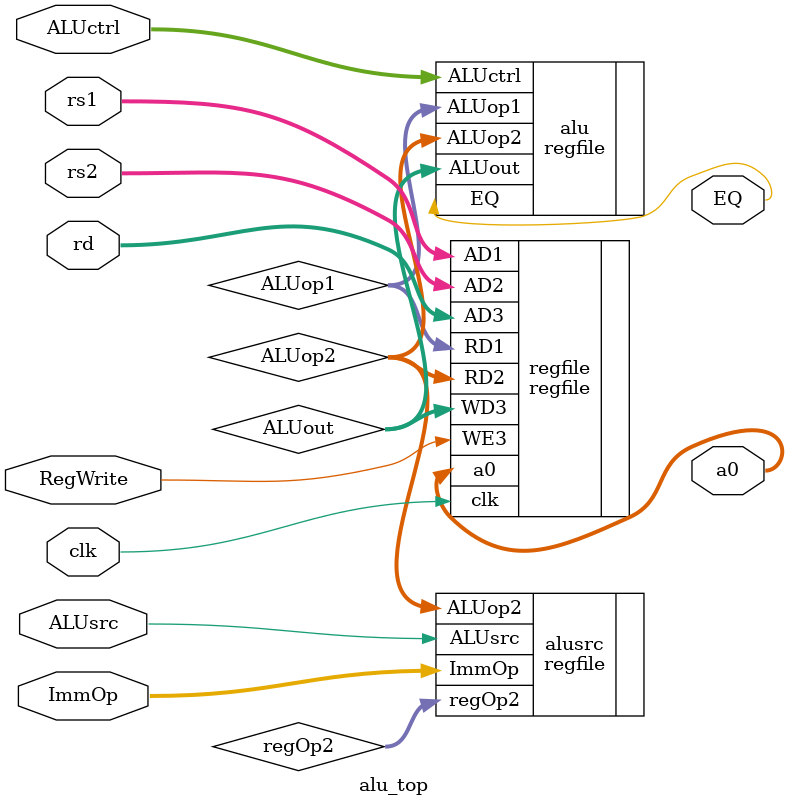
<source format=sv>
module alu_top #(
    ADDRESS_WIDTH = 32,
    OPERAND_WIDTH = 32,
    CONTROL_WIDTH = 3
) (
    input logic         [OPERAND_WIDTH-1:0]     ImmOp,
    input logic                                 RegWrite,
    input logic                                 ALUsrc,
    input logic                                 clk,
    input logic         [CONTROL_WIDTH-1:0]     ALUctrl,
    input logic         [ADDRESS_WIDTH-1:0]     rs1,
    input logic         [ADDRESS_WIDTH-1:0]     rs2,
    input logic         [ADDRESS_WIDTH-1:0]     rd,
    output logic        [ADDRESS_WIDTH-1:0]     a0,
    output logic                                EQ
);
    
logic [ADDRESS_WIDTH-1:0] ALUop1, ALUop2, regOp2, ALUout;

regfile regfile (
    .clk (clk),
    .AD1 (rs1),
    .AD2 (rs2),
    .AD3 (rd),
    .WE3 (RegWrite),
    .WD3 (ALUout),
    .RD1 (ALUop1),
    .RD2 (ALUop2),
    .a0 (a0)
);

regfile alusrc (
    .regOp2 (regOp2),
    .ImmOp (ImmOp),
    .ALUsrc (ALUsrc),
    .ALUop2 (ALUop2)
);

regfile alu (
    .ALUop1 (ALUop1),
    .ALUop2 (ALUop2),
    .ALUctrl (ALUctrl),
    .ALUout (ALUout),
    .EQ (EQ)
);

endmodule
</source>
